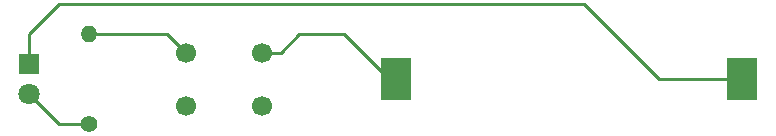
<source format=gtl>
%TF.GenerationSoftware,KiCad,Pcbnew,(6.0.0)*%
%TF.CreationDate,2023-05-18T20:33:57-04:00*%
%TF.ProjectId,Project One _ Torchlight,50726f6a-6563-4742-904f-6e65205f2054,1.1*%
%TF.SameCoordinates,Original*%
%TF.FileFunction,Copper,L1,Top*%
%TF.FilePolarity,Positive*%
%FSLAX46Y46*%
G04 Gerber Fmt 4.6, Leading zero omitted, Abs format (unit mm)*
G04 Created by KiCad (PCBNEW (6.0.0)) date 2023-05-18 20:33:57*
%MOMM*%
%LPD*%
G01*
G04 APERTURE LIST*
%TA.AperFunction,ComponentPad*%
%ADD10R,1.800000X1.800000*%
%TD*%
%TA.AperFunction,ComponentPad*%
%ADD11C,1.800000*%
%TD*%
%TA.AperFunction,SMDPad,CuDef*%
%ADD12R,2.600000X3.600000*%
%TD*%
%TA.AperFunction,ComponentPad*%
%ADD13C,1.700000*%
%TD*%
%TA.AperFunction,ComponentPad*%
%ADD14C,1.400000*%
%TD*%
%TA.AperFunction,ComponentPad*%
%ADD15O,1.400000X1.400000*%
%TD*%
%TA.AperFunction,Conductor*%
%ADD16C,0.250000*%
%TD*%
G04 APERTURE END LIST*
D10*
%TO.P,D1,1,K*%
%TO.N,/LED_Cathode*%
X91440000Y-93980000D03*
D11*
%TO.P,D1,2,A*%
%TO.N,/LED_Anode*%
X91440000Y-96520000D03*
%TD*%
D12*
%TO.P,BT1,1,+*%
%TO.N,/Battery_Pos*%
X122510000Y-95250000D03*
%TO.P,BT1,2,-*%
%TO.N,/LED_Cathode*%
X151810000Y-95250000D03*
%TD*%
D13*
%TO.P,SW1,1,A*%
%TO.N,Net-(R1-Pad2)*%
X104700000Y-93000000D03*
%TO.P,SW1,2,B*%
%TO.N,/Battery_Pos*%
X111200000Y-93000000D03*
%TO.P,SW1,3*%
%TO.N,N/C*%
X104700000Y-97500000D03*
%TO.P,SW1,4*%
X111200000Y-97500000D03*
%TD*%
D14*
%TO.P,R1,1*%
%TO.N,/LED_Anode*%
X96520000Y-99060000D03*
D15*
%TO.P,R1,2*%
%TO.N,Net-(R1-Pad2)*%
X96520000Y-91440000D03*
%TD*%
D16*
%TO.N,/LED_Cathode*%
X93980000Y-88900000D02*
X138430000Y-88900000D01*
X144780000Y-95250000D02*
X151810000Y-95250000D01*
X91440000Y-93980000D02*
X91440000Y-91440000D01*
X138430000Y-88900000D02*
X144780000Y-95250000D01*
X91440000Y-91440000D02*
X93980000Y-88900000D01*
%TO.N,/Battery_Pos*%
X112740000Y-93000000D02*
X114300000Y-91440000D01*
X118110000Y-91440000D02*
X121920000Y-95250000D01*
X111200000Y-93000000D02*
X112740000Y-93000000D01*
X114300000Y-91440000D02*
X118110000Y-91440000D01*
X121920000Y-95250000D02*
X122510000Y-95250000D01*
%TO.N,/LED_Anode*%
X93980000Y-99060000D02*
X96520000Y-99060000D01*
X91440000Y-96520000D02*
X93980000Y-99060000D01*
%TO.N,Net-(R1-Pad2)*%
X96520000Y-91440000D02*
X103140000Y-91440000D01*
X103140000Y-91440000D02*
X104700000Y-93000000D01*
%TD*%
M02*

</source>
